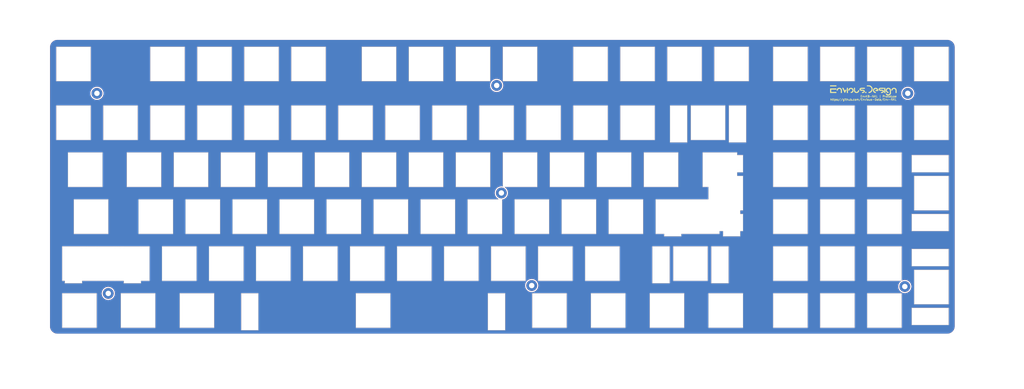
<source format=kicad_pcb>
(kicad_pcb (version 20240108) (generator "pcbnew") (generator_version "8.0")
  (layers (0 "F.Cu" signal) (31 "B.Cu" signal) (34 "B.Paste" user) (35 "F.Paste" user) (36 "B.SilkS" user "B.Silkscreen") (37 "F.SilkS" user "F.Silkscreen") (38 "B.Mask" user) (39 "F.Mask" user) (44 "Edge.Cuts" user))
  (net 0 "")
  (footprint "kibuzzard-62762412" (layer "F.Cu") (at 379.209435 55.2)
    (property "Reference" "kibuzzard-62762412" (hide yes))
    (property "Value" "G***" (hide yes))
  )
  (footprint "MountingHole:MountingHole_2.2mm_M2_Pad" (layer "F.Cu") (at 73.2 137.6)
    (property "Reference" "H2" (hide yes))
    (property "Value" "MountingHole")
    (pad "1" thru_hole circle (at 0 0) (size 4.4 4.4) (drill 2.2) (layers "*.Cu" "*.Mask"))
  )
  (footprint "MountingHole:MountingHole_2.2mm_M2_Pad" (layer "F.Cu") (at 232.5 96.83)
    (property "Reference" "H5" (hide yes))
    (property "Value" "MountingHole")
    (pad "1" thru_hole circle (at 0 0) (size 4.4 4.4) (drill 2.2) (layers "*.Cu" "*.Mask"))
  )
  (footprint "MountingHole:MountingHole_2.2mm_M2_Pad" (layer "F.Cu") (at 396 134.8)
    (property "Reference" "H6" (hide yes))
    (property "Value" "MountingHole")
    (pad "1" thru_hole circle (at 0 0) (size 4.4 4.4) (drill 2.2) (layers "*.Cu" "*.Mask"))
  )
  (footprint "MountingHole:MountingHole_2.2mm_M2_Pad" (layer "F.Cu") (at 230.6 53.2)
    (property "Reference" "H7" (hide yes))
    (property "Value" "MountingHole")
    (pad "1" thru_hole circle (at 0 0) (size 4.4 4.4) (drill 2.2) (layers "*.Cu" "*.Mask"))
  )
  (footprint "MountingHole:MountingHole_2.2mm_M2_Pad" (layer "F.Cu") (at 397.2 56.4)
    (property "Reference" "H1" (hide yes))
    (property "Value" "MountingHole")
    (pad "1" thru_hole circle (at 0 0) (size 4.4 4.4) (drill 2.2) (layers "*.Cu" "*.Mask"))
  )
  (footprint "MountingHole:MountingHole_2.2mm_M2_Pad" (layer "F.Cu") (at 68.6 56.4)
    (property "Reference" "H4" (hide yes))
    (property "Value" "MountingHole")
    (pad "1" thru_hole circle (at 0 0) (size 4.4 4.4) (drill 2.2) (layers "*.Cu" "*.Mask"))
  )
  (footprint "MountingHole:MountingHole_2.2mm_M2_Pad" (layer "F.Cu") (at 244.8 134.4)
    (property "Reference" "H3" (hide yes))
    (property "Value" "MountingHole")
    (pad "1" thru_hole circle (at 0 0) (size 4.4 4.4) (drill 2.2) (layers "*.Cu" "*.Mask"))
  )
  (gr_line (start 380.7225 94.3625) (end 394.7225 94.3625) (stroke (width 0.1)) (layer "Edge.Cuts"))
  (gr_line (start 180.6975 113.4125) (end 194.6975 113.4125) (stroke (width 0.1)) (layer "Edge.Cuts"))
  (gr_line (start 329.34175 114.4125) (end 329.34175 112.3255) (stroke (width 0.1)) (layer "Edge.Cuts"))
  (gr_line (start 258.99125 151.5125) (end 258.99125 137.5125) (stroke (width 0.1)) (layer "Edge.Cuts"))
  (gr_line (start 228.3225 132.4625) (end 242.3225 132.4625) (stroke (width 0.1)) (layer "Edge.Cuts"))
  (gr_arc (start 52.6 153.9) (mid 50.47868 153.02132) (end 49.6 150.9) (stroke (width 0.01)) (layer "Edge.Cuts"))
  (gr_line (start 166.1225 118.4625) (end 152.1225 118.4625) (stroke (width 0.1)) (layer "Edge.Cuts"))
  (gr_line (start 330.42875 81.4495) (end 328.0475 81.4495) (stroke (width 0.1)) (layer "Edge.Cuts"))
  (gr_line (start 413.7725 112.3255) (end 413.7725 105.3255) (stroke (width 0.1)) (layer "Edge.Cuts"))
  (gr_line (start 394.7225 61.3125) (end 380.7225 61.3125) (stroke (width 0.1)) (layer "Edge.Cuts"))
  (gr_line (start 290.235 94.3625) (end 304.235 94.3625) (stroke (width 0.1)) (layer "Edge.Cuts"))
  (gr_line (start 298.46575 114.4125) (end 305.46575 114.4125) (stroke (width 0.1)) (layer "Edge.Cuts"))
  (gr_line (start 342.6225 99.4125) (end 342.6225 113.4125) (stroke (width 0.1)) (layer "Edge.Cuts"))
  (gr_line (start 175.6475 99.4125) (end 161.6475 99.4125) (stroke (width 0.1)) (layer "Edge.Cuts"))
  (gr_line (start 116.11625 151.5125) (end 116.11625 137.5125) (stroke (width 0.1)) (layer "Edge.Cuts"))
  (gr_line (start 208.985 37.5) (end 194.985 37.5) (stroke (width 0.1)) (layer "Edge.Cuts"))
  (gr_line (start 361.6725 94.3625) (end 375.6725 94.3625) (stroke (width 0.1)) (layer "Edge.Cuts"))
  (gr_line (start 328.0475 88.4495) (end 330.42875 88.4495) (stroke (width 0.1)) (layer "Edge.Cuts"))
  (gr_line (start 399.7725 89.8875) (end 399.7725 103.8875) (stroke (width 0.1)) (layer "Edge.Cuts"))
  (gr_line (start 375.6725 132.4625) (end 375.6725 118.4625) (stroke (width 0.1)) (layer "Edge.Cuts"))
  (gr_line (start 194.985 94.3625) (end 208.985 94.3625) (stroke (width 0.1)) (layer "Edge.Cuts"))
  (gr_line (start 416.2 150.9) (end 416.2 37.72132) (stroke (width 0.01)) (layer "Edge.Cuts"))
  (gr_line (start 375.6725 94.3625) (end 375.6725 80.3625) (stroke (width 0.1)) (layer "Edge.Cuts"))
  (gr_line (start 104.21 61.3125) (end 90.21 61.3125) (stroke (width 0.1)) (layer "Edge.Cuts"))
  (gr_line (start 394.7225 118.4625) (end 380.7225 118.4625) (stroke (width 0.1)) (layer "Edge.Cuts"))
  (gr_line (start 52.11 61.3125) (end 52.11 75.3125) (stroke (width 0.1)) (layer "Edge.Cuts"))
  (gr_line (start 285.185 80.3625) (end 271.185 80.3625) (stroke (width 0.1)) (layer "Edge.Cuts"))
  (gr_line (start 55.57825 118.4625) (end 54.49125 118.4625) (stroke (width 0.1)) (layer "Edge.Cuts"))
  (gr_line (start 114.0225 118.4625) (end 114.0225 132.4625) (stroke (width 0.1)) (layer "Edge.Cuts"))
  (gr_line (start 108.9725 132.4625) (end 108.9725 118.4625) (stroke (width 0.1)) (layer "Edge.Cuts"))
  (gr_line (start 309.285 75.3125) (end 323.285 75.3125) (stroke (width 0.1)) (layer "Edge.Cuts"))
  (gr_line (start 356.6225 118.4625) (end 342.6225 118.4625) (stroke (width 0.1)) (layer "Edge.Cuts"))
  (gr_line (start 113.735 80.3625) (end 99.735 80.3625) (stroke (width 0.1)) (layer "Edge.Cuts"))
  (gr_line (start 356.6225 151.5125) (end 356.6225 137.5125) (stroke (width 0.1)) (layer "Edge.Cuts"))
  (gr_line (start 298.46575 99.4125) (end 294.9975 99.4125) (stroke (width 0.1)) (layer "Edge.Cuts"))
  (gr_line (start 261.66 75.3125) (end 275.66 75.3125) (stroke (width 0.1)) (layer "Edge.Cuts"))
  (gr_line (start 322.34175 114.4125) (end 329.34175 114.4125) (stroke (width 0.1)) (layer "Edge.Cuts"))
  (gr_line (start 380.7225 151.5125) (end 394.7225 151.5125) (stroke (width 0.1)) (layer "Edge.Cuts"))
  (gr_line (start 330.42875 137.5125) (end 316.42875 137.5125) (stroke (width 0.1)) (layer "Edge.Cuts"))
  (gr_line (start 79.45425 133.4625) (end 86.45425 133.4625) (stroke (width 0.1)) (layer "Edge.Cuts"))
  (gr_line (start 331.723 76.3125) (end 331.723 61.3125) (stroke (width 0.1)) (layer "Edge.Cuts"))
  (gr_line (start 399.7725 37.5) (end 399.7725 51.5) (stroke (width 0.1)) (layer "Edge.Cuts"))
  (gr_line (start 94.9725 132.4625) (end 108.9725 132.4625) (stroke (width 0.1)) (layer "Edge.Cuts"))
  (gr_line (start 175.935 94.3625) (end 189.935 94.3625) (stroke (width 0.1)) (layer "Edge.Cuts"))
  (gr_line (start 330.42875 151.5125) (end 330.42875 137.5125) (stroke (width 0.1)) (layer "Edge.Cuts"))
  (gr_line (start 208.985 80.3625) (end 194.985 80.3625) (stroke (width 0.1)) (layer "Edge.Cuts"))
  (gr_line (start 102.11625 151.5125) (end 116.11625 151.5125) (stroke (width 0.1)) (layer "Edge.Cuts"))
  (gr_line (start 68.49125 118.4625) (end 64.01625 118.4625) (stroke (width 0.1)) (layer "Edge.Cuts"))
  (gr_line (start 261.3725 132.4625) (end 261.3725 118.4625) (stroke (width 0.1)) (layer "Edge.Cuts"))
  (gr_line (start 302.14125 118.4625) (end 302.14125 132.4625) (stroke (width 0.1)) (layer "Edge.Cuts"))
  (gr_line (start 89.9225 132.4625) (end 89.9225 118.4625) (stroke (width 0.1)) (layer "Edge.Cuts"))
  (gr_line (start 156.885 80.3625) (end 156.885 94.3625) (stroke (width 0.1)) (layer "Edge.Cuts"))
  (gr_line (start 413.7725 127.9875) (end 399.7725 127.9875) (stroke (width 0.1)) (layer "Edge.Cuts"))
  (gr_line (start 223.2725 132.4625) (end 223.2725 118.4625) (stroke (width 0.1)) (layer "Edge.Cuts"))
  (gr_line (start 185.46 61.3125) (end 185.46 75.3125) (stroke (width 0.1)) (layer "Edge.Cuts"))
  (gr_line (start 375.6725 113.4125) (end 375.6725 99.4125) (stroke (width 0.1)) (layer "Edge.Cuts"))
  (gr_line (start 185.1725 118.4625) (end 171.1725 118.4625) (stroke (width 0.1)) (layer "Edge.Cuts"))
  (gr_line (start 237.8475 113.4125) (end 251.8475 113.4125) (stroke (width 0.1)) (layer "Edge.Cuts"))
  (gr_line (start 232.7975 99.4125) (end 218.7975 99.4125) (stroke (width 0.1)) (layer "Edge.Cuts"))
  (gr_line (start 342.6225 94.3625) (end 356.6225 94.3625) (stroke (width 0.1)) (layer "Edge.Cuts"))
  (gr_line (start 275.66 75.3125) (end 275.66 61.3125) (stroke (width 0.1)) (layer "Edge.Cuts"))
  (gr_line (start 375.6725 75.3125) (end 375.6725 61.3125) (stroke (width 0.1)) (layer "Edge.Cuts"))
  (gr_line (start 294.71 37.5) (end 280.71 37.5) (stroke (width 0.1)) (layer "Edge.Cuts"))
  (gr_line (start 292.61625 137.5125) (end 292.61625 151.5125) (stroke (width 0.1)) (layer "Edge.Cuts"))
  (gr_line (start 330.42875 105.3255) (end 329.34175 105.3255) (stroke (width 0.1)) (layer "Edge.Cuts"))
  (gr_line (start 133.0725 118.4625) (end 133.0725 132.4625) (stroke (width 0.1)) (layer "Edge.Cuts"))
  (gr_line (start 234.05375 137.5125) (end 227.05375 137.5125) (stroke (width 0.1)) (layer "Edge.Cuts"))
  (gr_line (start 394.7225 99.4125) (end 380.7225 99.4125) (stroke (width 0.1)) (layer "Edge.Cuts"))
  (gr_line (start 342.6225 137.5125) (end 342.6225 151.5125) (stroke (width 0.1)) (layer "Edge.Cuts"))
  (gr_line (start 304.235 80.3625) (end 290.235 80.3625) (stroke (width 0.1)) (layer "Edge.Cuts"))
  (gr_line (start 394.7225 51.5) (end 394.7225 37.5) (stroke (width 0.1)) (layer "Edge.Cuts"))
  (gr_line (start 199.7475 99.4125) (end 199.7475 113.4125) (stroke (width 0.1)) (layer "Edge.Cuts"))
  (gr_line (start 180.41 61.3125) (end 166.41 61.3125) (stroke (width 0.1)) (layer "Edge.Cuts"))
  (gr_line (start 394.7225 151.5125) (end 394.7225 137.5125) (stroke (width 0.1)) (layer "Edge.Cuts"))
  (gr_line (start 166.41 75.3125) (end 180.41 75.3125) (stroke (width 0.1)) (layer "Edge.Cuts"))
  (gr_line (start 62.57825 118.4625) (end 55.57825 118.4625) (stroke (width 0.1)) (layer "Edge.Cuts"))
  (gr_line (start 137.5475 99.4125) (end 123.5475 99.4125) (stroke (width 0.1)) (layer "Edge.Cuts"))
  (gr_line (start 280.4225 118.4625) (end 266.4225 118.4625) (stroke (width 0.1)) (layer "Edge.Cuts"))
  (gr_line (start 223.2725 118.4625) (end 209.2725 118.4625) (stroke (width 0.1)) (layer "Edge.Cuts"))
  (gr_line (start 49.62132 37.72132) (end 49.6 150.9) (stroke (width 0.01)) (layer "Edge.Cuts"))
  (gr_line (start 228.3225 118.4625) (end 228.3225 132.4625) (stroke (width 0.1)) (layer "Edge.Cuts"))
  (gr_line (start 361.6725 113.4125) (end 375.6725 113.4125) (stroke (width 0.1)) (layer "Edge.Cuts"))
  (gr_line (start 290.235 80.3625) (end 290.235 94.3625) (stroke (width 0.1)) (layer "Edge.Cuts"))
  (gr_line (start 247.3725 118.4625) (end 247.3725 132.4625) (stroke (width 0.1)) (layer "Edge.Cuts"))
  (gr_line (start 109.26 37.5) (end 109.26 51.5) (stroke (width 0.1)) (layer "Edge.Cuts"))
  (gr_line (start 75.9225 118.4625) (end 68.49125 118.4625) (stroke (width 0.1)) (layer "Edge.Cuts"))
  (gr_line (start 266.4225 132.4625) (end 280.4225 132.4625) (stroke (width 0.1)) (layer "Edge.Cuts"))
  (gr_line (start 394.7225 80.3625) (end 380.7225 80.3625) (stroke (width 0.1)) (layer "Edge.Cuts"))
  (gr_line (start 375.6725 51.5) (end 375.6725 37.5) (stroke (width 0.1)) (layer "Edge.Cuts"))
  (gr_line (start 166.41 61.3125) (end 166.41 75.3125) (stroke (width 0.1)) (layer "Edge.Cuts"))
  (gr_line (start 123.5475 99.4125) (end 123.5475 113.4125) (stroke (width 0.1)) (layer "Edge.Cuts"))
  (gr_line (start 173.55375 137.5125) (end 173.55375 151.5125) (stroke (width 0.1)) (layer "Edge.Cuts"))
  (gr_line (start 247.3725 132.4625) (end 261.3725 132.4625) (stroke (width 0.1)) (layer "Edge.Cuts"))
  (gr_line (start 323.285 61.3125) (end 309.285 61.3125) (stroke (width 0.1)) (layer "Edge.Cuts"))
  (gr_line (start 86.45425 118.4625) (end 79.45425 118.4625) (stroke (width 0.1)) (layer "Edge.Cuts"))
  (gr_line (start 331.723 61.3125) (end 324.723 61.3125) (stroke (width 0.1)) (layer "Edge.Cuts"))
  (gr_line (start 142.31 75.3125) (end 142.31 61.3125) (stroke (width 0.1)) (layer "Edge.Cuts"))
  (gr_line (start 314.0475 80.3625) (end 314.0475 94.3625) (stroke (width 0.1)) (layer "Edge.Cuts"))
  (gr_line (start 394.7225 132.4625) (end 394.7225 118.4625) (stroke (width 0.1)) (layer "Edge.Cuts"))
  (gr_line (start 361.6725 118.4625) (end 361.6725 132.4625) (stroke (width 0.1)) (layer "Edge.Cuts"))
  (gr_line (start 413.7725 143.4255) (end 398.7725 143.4255) (stroke (width 0.1)) (layer "Edge.Cuts"))
  (gr_line (start 123.26 37.5) (end 109.26 37.5) (stroke (width 0.1)) (layer "Edge.Cuts"))
  (gr_line (start 275.9475 113.4125) (end 289.9475 113.4125) (stroke (width 0.1)) (layer "Edge.Cuts"))
  (gr_line (start 324.723 61.3125) (end 324.723 76.3125) (stroke (width 0.1)) (layer "Edge.Cuts"))
  (gr_line (start 306.61625 137.5125) (end 292.61625 137.5125) (stroke (width 0.1)) (layer "Edge.Cuts"))
  (gr_line (start 156.5975 99.4125) (end 142.5975 99.4125) (stroke (width 0.1)) (layer "Edge.Cuts"))
  (gr_line (start 62.57825 133.4625) (end 62.57825 132.4625) (stroke (width 0.1)) (layer "Edge.Cuts"))
  (gr_line (start 398.7725 81.4495) (end 398.7725 88.4495) (stroke (width 0.1)) (layer "Edge.Cuts"))
  (gr_line (start 170.885 80.3625) (end 156.885 80.3625) (stroke (width 0.1)) (layer "Edge.Cuts"))
  (gr_line (start 361.6725 51.5) (end 375.6725 51.5) (stroke (width 0.1)) (layer "Edge.Cuts"))
  (gr_line (start 328.0475 80.3625) (end 314.0475 80.3625) (stroke (width 0.1)) (layer "Edge.Cuts"))
  (gr_line (start 52.6 153.9) (end 413.2 153.9) (stroke (width 0.01)) (layer "Edge.Cuts"))
  (gr_line (start 251.8475 113.4125) (end 251.8475 99.4125) (stroke (width 0.1)) (layer "Edge.Cuts"))
  (gr_line (start 306.61625 151.5125) (end 306.61625 137.5125) (stroke (width 0.1)) (layer "Edge.Cuts"))
  (gr_line (start 275.9475 99.4125) (end 275.9475 113.4125) (stroke (width 0.1)) (layer "Edge.Cuts"))
  (gr_line (start 294.9975 113.4125) (end 298.46575 113.4125) (stroke (width 0.1)) (layer "Edge.Cuts"))
  (gr_line (start 380.7225 118.4625) (end 380.7225 132.4625) (stroke (width 0.1)) (layer "Edge.Cuts"))
  (gr_line (start 128.31 75.3125) (end 142.31 75.3125) (stroke (width 0.1)) (layer "Edge.Cuts"))
  (gr_line (start 189.935 80.3625) (end 175.935 80.3625) (stroke (width 0.1)) (layer "Edge.Cuts"))
  (gr_line (start 70.8725 80.3625) (end 56.8725 80.3625) (stroke (width 0.1)) (layer "Edge.Cuts"))
  (gr_line (start 161.6475 113.4125) (end 175.6475 113.4125) (stroke (width 0.1)) (layer "Edge.Cuts"))
  (gr_line (start 190.2225 118.4625) (end 190.2225 132.4625) (stroke (width 0.1)) (layer "Edge.Cuts"))
  (gr_line (start 308.9975 113.4125) (end 320.90375 113.4125) (stroke (width 0.1)) (layer "Edge.Cuts"))
  (gr_line (start 54.49125 118.4625) (end 54.49125 132.4625) (stroke (width 0.1)) (layer "Edge.Cuts"))
  (gr_line (start 147.36 51.5) (end 161.36 51.5) (stroke (width 0.1)) (layer "Edge.Cuts"))
  (gr_line (start 244.99125 151.5125) (end 258.99125 151.5125) (stroke (width 0.1)) (layer "Edge.Cuts"))
  (gr_line (start 199.7475 113.4125) (end 213.7475 113.4125) (stroke (width 0.1)) (layer "Edge.Cuts"))
  (gr_line (start 356.6225 99.4125) (end 342.6225 99.4125) (stroke (width 0.1)) (layer "Edge.Cuts"))
  (gr_line (start 332.81 37.5) (end 318.81 37.5) (stroke (width 0.1)) (layer "Edge.Cuts"))
  (gr_line (start 413.7725 150.4255) (end 413.7725 143.4255) (stroke (width 0.1)) (layer "Edge.Cuts"))
  (gr_line (start 194.985 51.5) (end 208.985 51.5) (stroke (width 0.1)) (layer "Edge.Cuts"))
  (gr_line (start 233.085 51.5) (end 247.085 51.5) (stroke (width 0.1)) (layer "Edge.Cuts"))
  (gr_line (start 161.36 51.5) (end 161.36 37.5) (stroke (width 0.1)) (layer "Edge.Cuts"))
  (gr_line (start 261.3725 118.4625) (end 247.3725 118.4625) (stroke (width 0.1)) (layer "Edge.Cuts"))
  (gr_line (start 332.81 51.5) (end 332.81 37.5) (stroke (width 0.1)) (layer "Edge.Cuts"))
  (gr_line (start 305.46575 99.4125) (end 298.46575 99.4125) (stroke (width 0.1)) (layer "Edge.Cuts"))
  (gr_line (start 307.847 61.3125) (end 300.847 61.3125) (stroke (width 0.1)) (layer "Edge.Cuts"))
  (gr_line (start 73.25375 99.4125) (end 59.25375 99.4125) (stroke (width 0.1)) (layer "Edge.Cuts"))
  (gr_line (start 247.085 94.3625) (end 247.085 80.3625) (stroke (width 0.1)) (layer "Edge.Cuts"))
  (gr_line (start 151.835 80.3625) (end 137.835 80.3625) (stroke (width 0.1)) (layer "Edge.Cuts"))
  (gr_line (start 128.0225 118.4625) (end 114.0225 118.4625) (stroke (width 0.1)) (layer "Edge.Cuts"))
  (gr_line (start 68.49125 151.5125) (end 68.49125 137.5125) (stroke (width 0.1)) (layer "Edge.Cuts"))
  (gr_line (start 104.21 75.3125) (end 104.21 61.3125) (stroke (width 0.1)) (layer "Edge.Cuts"))
  (gr_line (start 147.36 75.3125) (end 161.36 75.3125) (stroke (width 0.1)) (layer "Edge.Cuts"))
  (gr_line (start 189.935 37.5) (end 175.935 37.5) (stroke (width 0.1)) (layer "Edge.Cuts"))
  (gr_line (start 244.99125 137.5125) (end 244.99125 151.5125) (stroke (width 0.1)) (layer "Edge.Cuts"))
  (gr_line (start 342.6225 113.4125) (end 356.6225 113.4125) (stroke (width 0.1)) (layer "Edge.Cuts"))
  (gr_line (start 56.8725 80.3625) (end 56.8725 94.3625) (stroke (width 0.1)) (layer "Edge.Cuts"))
  (gr_line (start 300.847 61.3125) (end 300.847 76.3125) (stroke (width 0.1)) (layer "Edge.Cuts"))
  (gr_line (start 123.26 51.5) (end 123.26 37.5) (stroke (width 0.1)) (layer "Edge.Cuts"))
  (gr_line (start 256.61 61.3125) (end 242.61 61.3125) (stroke (width 0.1)) (layer "Edge.Cuts"))
  (gr_line (start 209.2725 118.4625) (end 209.2725 132.4625) (stroke (width 0.1)) (layer "Edge.Cuts"))
  (gr_line (start 289.9475 99.4125) (end 275.9475 99.4125) (stroke (width 0.1)) (layer "Edge.Cuts"))
  (gr_line (start 194.6975 113.4125) (end 194.6975 99.4125) (stroke (width 0.1)) (layer "Edge.Cuts"))
  (gr_line (start 252.135 80.3625) (end 252.135 94.3625) (stroke (width 0.1)) (layer "Edge.Cuts"))
  (gr_line (start 204.51 61.3125) (end 204.51 75.3125) (stroke (width 0.1)) (layer "Edge.Cuts"))
  (gr_line (start 78.30375 151.5125) (end 92.30375 151.5125) (stroke (width 0.1)) (layer "Edge.Cuts"))
  (gr_line (start 398.7725 88.4495) (end 413.7725 88.4495) (stroke (width 0.1)) (layer "Edge.Cuts"))
  (gr_line (start 398.7725 119.5495) (end 398.7725 126.5495) (stroke (width 0.1)) (layer "Edge.Cuts"))
  (gr_line (start 128.31 37.5) (end 128.31 51.5) (stroke (width 0.1)) (layer "Edge.Cuts"))
  (gr_line (start 185.1725 132.4625) (end 185.1725 118.4625) (stroke (width 0.1)) (layer "Edge.Cuts"))
  (gr_line (start 356.6225 61.3125) (end 342.6225 61.3125) (stroke (width 0.1)) (layer "Edge.Cuts"))
  (gr_line (start 213.7475 99.4125) (end 199.7475 99.4125) (stroke (width 0.1)) (layer "Edge.Cuts"))
  (gr_line (start 375.6725 151.5125) (end 375.6725 137.5125) (stroke (width 0.1)) (layer "Edge.Cuts"))
  (gr_line (start 302.14125 132.4625) (end 316.14125 132.4625) (stroke (width 0.1)) (layer "Edge.Cuts"))
  (gr_line (start 280.71 51.5) (end 294.71 51.5) (stroke (width 0.1)) (layer "Edge.Cuts"))
  (gr_line (start 317.57925 133.4625) (end 324.57925 133.4625) (stroke (width 0.1)) (layer "Edge.Cuts"))
  (gr_line (start 380.7225 51.5) (end 394.7225 51.5) (stroke (width 0.1)) (layer "Edge.Cuts"))
  (gr_line (start 394.7225 94.3625) (end 394.7225 80.3625) (stroke (width 0.1)) (layer "Edge.Cuts"))
  (gr_line (start 59.25375 113.4125) (end 73.25375 113.4125) (stroke (width 0.1)) (layer "Edge.Cuts"))
  (gr_line (start 328.0475 89.8875) (end 328.0475 88.4495) (stroke (width 0.1)) (layer "Edge.Cuts"))
  (gr_line (start 398.7725 150.4255) (end 413.7725 150.4255) (stroke (width 0.1)) (layer "Edge.Cuts"))
  (gr_line (start 380.7225 75.3125) (end 394.7225 75.3125) (stroke (width 0.1)) (layer "Edge.Cuts"))
  (gr_line (start 79.45425 132.4625) (end 79.45425 133.4625) (stroke (width 0.1)) (layer "Edge.Cuts"))
  (gr_line (start 329.34175 105.3255) (end 329.34175 103.8875) (stroke (width 0.1)) (layer "Edge.Cuts"))
  (gr_line (start 342.6225 51.5) (end 356.6225 51.5) (stroke (width 0.1)) (layer "Edge.Cuts"))
  (gr_line (start 55.57825 132.4625) (end 55.57825 133.4625) (stroke (width 0.1)) (layer "Edge.Cuts"))
  (gr_line (start 71.16 75.3125) (end 85.16 75.3125) (stroke (width 0.1)) (layer "Edge.Cuts"))
  (gr_line (start 318.81 37.5) (end 318.81 51.5) (stroke (width 0.1)) (layer "Edge.Cuts"))
  (gr_line (start 171.1725 118.4625) (end 171.1725 132.4625) (stroke (width 0.1)) (layer "Edge.Cuts"))
  (gr_line (start 356.6225 75.3125) (end 356.6225 61.3125) (stroke (width 0.1)) (layer "Edge.Cuts"))
  (gr_line (start 242.3225 132.4625) (end 242.3225 118.4625) (stroke (width 0.1)) (layer "Edge.Cuts"))
  (gr_line (start 266.135 80.3625) (end 252.135 80.3625) (stroke (width 0.1)) (layer "Edge.Cuts"))
  (gr_line (start 70.8725 94.3625) (end 70.8725 80.3625) (stroke (width 0.1)) (layer "Edge.Cuts"))
  (gr_line (start 237.56 61.3125) (end 223.56 61.3125) (stroke (width 0.1)) (layer "Edge.Cuts"))
  (gr_line (start 398.7725 143.4255) (end 398.7725 150.4255) (stroke (width 0.1)) (layer "Edge.Cuts"))
  (gr_line (start 329.34175 103.8875) (end 330.42875 103.8875) (stroke (width 0.1)) (layer "Edge.Cuts"))
  (gr_line (start 59.25375 99.4125) (end 59.25375 113.4125) (stroke (width 0.1)) (layer "Edge.Cuts"))
  (gr_line (start 356.6225 37.5) (end 342.6225 37.5) (stroke (width 0.1)) (layer "Edge.Cuts"))
  (gr_line (start 261.66 37.5) (end 261.66 51.5) (stroke (width 0.1)) (layer "Edge.Cuts"))
  (gr_line (start 127.05375 152.5125) (end 134.05375 152.5125) (stroke (width 0.1)) (layer "Edge.Cuts"))
  (gr_line (start 94.685 94.3625) (end 94.685 80.3625) (stroke (width 0.1)) (layer "Edge.Cuts"))
  (gr_line (start 413.7725 37.5) (end 399.7725 37.5) (stroke (width 0.1)) (layer "Edge.Cuts"))
  (gr_line (start 237.56 75.3125) (end 237.56 61.3125) (stroke (width 0.1)) (layer "Edge.Cuts"))
  (gr_line (start 293.70325 118.4625) (end 293.70325 133.4625) (stroke (width 0.1)) (layer "Edge.Cuts"))
  (gr_line (start 342.6225 118.4625) (end 342.6225 132.4625) (stroke (width 0.1)) (layer "Edge.Cuts"))
  (gr_line (start 280.71 75.3125) (end 294.71 75.3125) (stroke (width 0.1)) (layer "Edge.Cuts"))
  (gr_line (start 375.6725 61.3125) (end 361.6725 61.3125) (stroke (width 0.1)) (layer "Edge.Cuts"))
  (gr_line (start 356.6225 132.4625) (end 356.6225 118.4625) (stroke (width 0.1)) (layer "Edge.Cuts"))
  (gr_line (start 233.085 37.5) (end 233.085 51.5) (stroke (width 0.1)) (layer "Edge.Cuts"))
  (gr_line (start 66.11 75.3125) (end 66.11 61.3125) (stroke (width 0.1)) (layer "Edge.Cuts"))
  (gr_line (start 330.42875 112.3255) (end 330.42875 105.3255) (stroke (width 0.1)) (layer "Edge.Cuts"))
  (gr_line (start 289.9475 113.4125) (end 289.9475 99.4125) (stroke (width 0.1)) (layer "Edge.Cuts"))
  (gr_line (start 268.80375 137.5125) (end 268.80375 151.5125) (stroke (width 0.1)) (layer "Edge.Cuts"))
  (gr_line (start 275.66 51.5) (end 275.66 37.5) (stroke (width 0.1)) (layer "Edge.Cuts"))
  (gr_line (start 152.1225 132.4625) (end 166.1225 132.4625) (stroke (width 0.1)) (layer "Edge.Cuts"))
  (gr_line (start 190.2225 132.4625) (end 204.2225 132.4625) (stroke (width 0.1)) (layer "Edge.Cuts"))
  (gr_line (start 361.6725 75.3125) (end 375.6725 75.3125) (stroke (width 0.1)) (layer "Edge.Cuts"))
  (gr_line (start 194.6975 99.4125) (end 180.6975 99.4125) (stroke (width 0.1)) (layer "Edge.Cuts"))
  (gr_line (start 56.8725 94.3625) (end 70.8725 94.3625) (stroke (width 0.1)) (layer "Edge.Cuts"))
  (gr_line (start 137.835 80.3625) (end 137.835 94.3625) (stroke (width 0.1)) (layer "Edge.Cuts"))
  (gr_line (start 361.6725 151.5125) (end 375.6725 151.5125) (stroke (width 0.1)) (layer "Edge.Cuts"))
  (gr_line (start 175.935 80.3625) (end 175.935 94.3625) (stroke (width 0.1)) (layer "Edge.Cuts"))
  (gr_line (start 266.4225 118.4625) (end 266.4225 132.4625) (stroke (width 0.1)) (layer "Edge.Cuts"))
  (gr_line (start 208.985 51.5) (end 208.985 37.5) (stroke (width 0.1)) (layer "Edge.Cuts"))
  (gr_line (start 147.36 61.3125) (end 147.36 75.3125) (stroke (width 0.1)) (layer "Edge.Cuts"))
  (gr_line (start 71.16 61.3125) (end 71.16 75.3125) (stroke (width 0.1)) (layer "Edge.Cuts"))
  (gr_line (start 268.80375 151.5125) (end 282.80375 151.5125) (stroke (width 0.1)) (layer "Edge.Cuts"))
  (gr_line (start 118.4975 113.4125) (end 118.4975 99.4125) (stroke (width 0.1)) (layer "Edge.Cuts"))
  (gr_line (start 128.31 51.5) (end 142.31 51.5) (stroke (width 0.1)) (layer "Edge.Cuts"))
  (gr_line (start 316.42875 99.4125) (end 308.9975 99.4125) (stroke (width 0.1)) (layer "Edge.Cuts"))
  (gr_line (start 280.4225 132.4625) (end 280.4225 118.4625) (stroke (width 0.1)) (layer "Edge.Cuts"))
  (gr_line (start 375.6725 37.5) (end 361.6725 37.5) (stroke (width 0.1)) (layer "Edge.Cuts"))
  (gr_line (start 380.7225 137.5125) (end 380.7225 151.5125) (stroke (width 0.1)) (layer "Edge.Cuts"))
  (gr_line (start 342.6225 80.3625) (end 342.6225 94.3625) (stroke (width 0.1)) (layer "Edge.Cuts"))
  (gr_line (start 218.7975 99.4125) (end 218.7975 113.4125) (stroke (width 0.1)) (layer "Edge.Cuts"))
  (gr_line (start 73.25375 113.4125) (end 73.25375 99.4125) (stroke (width 0.1)) (layer "Edge.Cuts"))
  (gr_line (start 52.11 75.3125) (end 66.11 75.3125) (stroke (width 0.1)) (layer "Edge.Cuts"))
  (gr_line (start 294.9975 99.4125) (end 294.9975 113.4125) (stroke (width 0.1)) (layer "Edge.Cuts"))
  (gr_line (start 175.935 37.5) (end 175.935 51.5) (stroke (width 0.1)) (layer "Edge.Cuts"))
  (gr_line (start 242.61 75.3125) (end 256.61 75.3125) (stroke (width 0.1)) (layer "Edge.Cuts"))
  (gr_line (start 161.36 37.5) (end 147.36 37.5) (stroke (width 0.1)) (layer "Edge.Cuts"))
  (gr_line (start 394.7225 113.4125) (end 394.7225 99.4125) (stroke (width 0.1)) (layer "Edge.Cuts"))
  (gr_line (start 113.735 94.3625) (end 113.735 80.3625) (stroke (width 0.1)) (layer "Edge.Cuts"))
  (gr_line (start 399.7725 141.9875) (end 413.7725 141.9875) (stroke (width 0.1)) (layer "Edge.Cuts"))
  (gr_line (start 123.26 75.3125) (end 123.26 61.3125) (stroke (width 0.1)) (layer "Edge.Cuts"))
  (gr_line (start 223.56 61.3125) (end 223.56 75.3125) (stroke (width 0.1)) (layer "Edge.Cuts"))
  (gr_line (start 247.085 80.3625) (end 233.085 80.3625) (stroke (width 0.1)) (layer "Edge.Cuts"))
  (gr_line (start 102.11625 137.5125) (end 102.11625 151.5125) (stroke (width 0.1)) (layer "Edge.Cuts"))
  (gr_line (start 199.46 75.3125) (end 199.46 61.3125) (stroke (width 0.1)) (layer "Edge.Cuts"))
  (gr_line (start 85.16 61.3125) (end 71.16 61.3125) (stroke (width 0.1)) (layer "Edge.Cuts"))
  (gr_line (start 213.7475 113.4125) (end 213.7475 99.4125) (stroke (width 0.1)) (layer "Edge.Cuts"))
  (gr_line (start 307.847 76.3125) (end 307.847 61.3125) (stroke (width 0.1)) (layer "Edge.Cuts"))
  (gr_line (start 251.8475 99.4125) (end 237.8475 99.4125) (stroke (width 0.1)) (layer "Edge.Cuts"))
  (gr_line (start 282.80375 151.5125) (end 282.80375 137.5125) (stroke (width 0.1)) (layer "Edge.Cuts"))
  (gr_line (start 134.05375 152.5125) (end 134.05375 137.5125) (stroke (width 0.1)) (layer "Edge.Cuts"))
  (gr_line (start 280.71 37.5) (end 280.71 51.5) (stroke (width 0.1)) (layer "Edge.Cuts"))
  (gr_line (start 271.185 94.3625) (end 285.185 94.3625) (stroke (width 0.1)) (layer "Edge.Cuts"))
  (gr_line (start 123.5475 113.4125) (end 137.5475 113.4125) (stroke (width 0.1)) (layer "Edge.Cuts"))
  (gr_line (start 342.6225 61.3125) (end 342.6225 75.3125) (stroke (width 0.1)) (layer "Edge.Cuts"))
  (gr_line (start 55.57825 133.4625) (end 62.57825 133.4625) (stroke (width 0.1)) (layer "Edge.Cuts"))
  (gr_line (start 256.8975 113.4125) (end 270.8975 113.4125) (stroke (width 0.1)) (layer "Edge.Cuts"))
  (gr_line (start 214.035 51.5) (end 228.035 51.5) (stroke (width 0.1)) (layer "Edge.Cuts"))
  (gr_line (start 399.7725 51.5) (end 413.7725 51.5) (stroke (width 0.1)) (layer "Edge.Cuts"))
  (gr_line (start 185.46 75.3125) (end 199.46 75.3125) (stroke (width 0.1)) (layer "Edge.Cuts"))
  (gr_line (start 329.34175 112.3255) (end 330.42875 112.3255) (stroke (width 0.1)) (layer "Edge.Cuts"))
  (gr_line (start 85.4475 113.4125) (end 99.4475 113.4125) (stroke (width 0.1)) (layer "Edge.Cuts"))
  (gr_line (start 299.76 51.5) (end 313.76 51.5) (stroke (width 0.1)) (layer "Edge.Cuts"))
  (gr_line (start 99.735 80.3625) (end 99.735 94.3625) (stroke (width 0.1)) (layer "Edge.Cuts"))
  (gr_arc (start 49.62132 37.72132) (mid 50.499994 35.599994) (end 52.62132 34.72132) (stroke (width 0.01)) (layer "Edge.Cuts"))
  (gr_line (start 66.11 61.3125) (end 52.11 61.3125) (stroke (width 0.1)) (layer "Edge.Cuts"))
  (gr_line (start 52.11 37.5) (end 52.11 51.5) (stroke (width 0.1)) (layer "Edge.Cuts"))
  (gr_line (start 94.685 80.3625) (end 80.685 80.3625) (stroke (width 0.1)) (layer "Edge.Cuts"))
  (gr_line (start 299.76 37.5) (end 299.76 51.5) (stroke (width 0.1)) (layer "Edge.Cuts"))
  (gr_line (start 309.285 61.3125) (end 309.285 75.3125) (stroke (width 0.1)) (layer "Edge.Cuts"))
  (gr_line (start 356.6225 51.5) (end 356.6225 37.5) (stroke (width 0.1)) (layer "Edge.Cuts"))
  (gr_line (start 266.135 94.3625) (end 266.135 80.3625) (stroke (width 0.1)) (layer "Edge.Cuts"))
  (gr_line (start 305.46575 113.4125) (end 306.90375 113.4125) (stroke (width 0.1)) (layer "Edge.Cuts"))
  (gr_line (start 316.14125 118.4625) (end 302.14125 118.4625) (stroke (width 0.1)) (layer "Edge.Cuts"))
  (gr_line (start 413.7725 126.5495) (end 413.7725 119.5495) (stroke (width 0.1)) (layer "Edge.Cuts"))
  (gr_line (start 228.035 51.5) (end 228.035 37.5) (stroke (width 0.1)) (layer "Edge.Cuts"))
  (gr_line (start 237.8475 99.4125) (end 237.8475 113.4125) (stroke (width 0.1)) (layer "Edge.Cuts"))
  (gr_line (start 242.3225 118.4625) (end 228.3225 118.4625) (stroke (width 0.1)) (layer "Edge.Cuts"))
  (gr_line (start 275.66 37.5) (end 261.66 37.5) (stroke (width 0.1)) (layer "Edge.Cuts"))
  (gr_line (start 317.57925 118.4625) (end 317.57925 133.4625) (stroke (width 0.1)) (layer "Edge.Cuts"))
  (gr_line (start 156.5975 113.4125) (end 156.5975 99.4125) (stroke (width 0.1)) (layer "Edge.Cuts"))
  (gr_line (start 54.49125 137.5125) (end 54.49125 151.5125) (stroke (width 0.1)) (layer "Edge.Cuts"))
  (gr_line (start 361.6725 137.5125) (end 361.6725 151.5125) (stroke (width 0.1)) (layer "Edge.Cuts"))
  (gr_line (start 147.0725 132.4625) (end 147.0725 118.4625) (stroke (width 0.1)) (layer "Edge.Cuts"))
  (gr_line (start 316.42875 137.5125) (end 316.42875 151.5125) (stroke (width 0.1)) (layer "Edge.Cuts"))
  (gr_line (start 85.16 75.3125) (end 85.16 61.3125) (stroke (width 0.1)) (layer "Edge.Cuts"))
  (gr_line (start 314.0475 94.3625) (end 316.42875 94.3625) (stroke (width 0.1)) (layer "Edge.Cuts"))
  (gr_line (start 413.7725 51.5) (end 413.7725 37.5) (stroke (width 0.1)) (layer "Edge.Cuts"))
  (gr_line (start 104.21 51.5) (end 104.21 37.5) (stroke (width 0.1)) (layer "Edge.Cuts"))
  (gr_line (start 80.685 80.3625) (end 80.685 94.3625) (stroke (width 0.1)) (layer "Edge.Cuts"))
  (gr_line (start 171.1725 132.4625) (end 185.1725 132.4625) (stroke (width 0.1)) (layer "Edge.Cuts"))
  (gr_line (start 316.14125 132.4625) (end 316.14125 118.4625) (stroke (width 0.1)) (layer "Edge.Cuts"))
  (gr_line (start 180.41 75.3125) (end 180.41 61.3125) (stroke (width 0.1)) (layer "Edge.Cuts"))
  (gr_line (start 300.847 76.3125) (end 307.847 76.3125) (stroke (width 0.1)) (layer "Edge.Cuts"))
  (gr_line (start 324.57925 118.4625) (end 317.57925 118.4625) (stroke (width 0.1)) (layer "Edge.Cuts"))
  (gr_line (start 242.61 61.3125) (end 242.61 75.3125) (stroke (width 0.1)) (layer "Edge.Cuts"))
  (gr_line (start 375.6725 118.4625) (end 361.6725 118.4625) (stroke (width 0.1)) (layer "Edge.Cuts"))
  (gr_line (start 313.76 37.5) (end 299.76 37.5) (stroke (width 0.1)) (layer "Edge.Cuts"))
  (gr_line (start 90.21 75.3125) (end 104.21 75.3125) (stroke (width 0.1)) (layer "Edge.Cuts"))
  (gr_line (start 398.7725 105.3255) (end 398.7725 112.3255) (stroke (width 0.1)) (layer "Edge.Cuts"))
  (gr_line (start 104.4975 99.4125) (end 104.4975 113.4125) (stroke (width 0.1)) (layer "Edge.Cuts"))
  (gr_line (start 342.6225 132.4625) (end 356.6225 132.4625) (stroke (width 0.1)) (layer "Edge.Cuts"))
  (gr_line (start 214.035 80.3625) (end 214.035 94.3625) (stroke (width 0.1)) (layer "Edge.Cuts"))
  (gr_line (start 64.01625 118.4625) (end 62.57825 118.4625) (stroke (width 0.1)) (layer "Edge.Cuts"))
  (gr_line (start 298.46575 113.4125) (end 298.46575 114.4125) (stroke (width 0.1)) (layer "Edge.Cuts"))
  (gr_line (start 204.51 75.3125) (end 218.51 75.3125) (stroke (width 0.1)) (layer "Edge.Cuts"))
  (gr_line (start 413.2 34.72132) (end 342.43304 34.723128) (stroke (width 0.01)) (layer "Edge.Cuts"))
  (gr_line (start 413.7725 88.4495) (end 413.7725 81.4495) (stroke (width 0.1)) (layer "Edge.Cuts"))
  (gr_line (start 114.0225 132.4625) (end 128.0225 132.4625) (stroke (width 0.1)) (layer "Edge.Cuts"))
  (gr_line (start 285.185 94.3625) (end 285.185 80.3625) (stroke (width 0.1)) (layer "Edge.Cuts"))
  (gr_line (start 90.21 51.5) (end 104.21 51.5) (stroke (width 0.1)) (layer "Edge.Cuts"))
  (gr_line (start 68.49125 137.5125) (end 54.49125 137.5125) (stroke (width 0.1)) (layer "Edge.Cuts"))
  (gr_line (start 398.7725 112.3255) (end 413.7725 112.3255) (stroke (width 0.1)) (layer "Edge.Cuts"))
  (gr_line (start 306.90375 99.4125) (end 305.46575 99.4125) (stroke (width 0.1)) (layer "Edge.Cuts"))
  (gr_line (start 375.6725 80.3625) (end 361.6725 80.3625) (stroke (width 0.1)) (layer "Edge.Cuts"))
  (gr_line (start 90.21 37.5) (end 90.21 51.5) (stroke (width 0.1)) (layer "Edge.Cuts"))
  (gr_line (start 132.785 80.3625) (end 118.785 80.3625) (stroke (width 0.1)) (layer "Edge.Cuts"))
  (gr_line (start 413.7725 103.8875) (end 413.7725 89.8875) (stroke (width 0.1)) (layer "Edge.Cuts"))
  (gr_line (start 228.035 94.3625) (end 228.035 80.3625) (stroke (width 0.1)) (layer "Edge.Cuts"))
  (gr_line (start 394.7225 137.5125) (end 380.7225 137.5125) (stroke (width 0.1)) (layer "Edge.Cuts"))
  (gr_line (start 280.71 61.3125) (end 280.71 75.3125) (stroke (width 0.1)) (layer "Edge.Cuts"))
  (gr_line (start 92.30375 137.5125) (end 78.30375 137.5125) (stroke (width 0.1)) (layer "Edge.Cuts"))
  (gr_line (start 62.57825 132.4625) (end 64.01625 132.4625) (stroke (width 0.1)) (layer "Edge.Cuts"))
  (gr_line (start 232.7975 113.4125) (end 232.7975 99.4125) (stroke (width 0.1)) (layer "Edge.Cuts"))
  (gr_line (start 323.285 75.3125) (end 323.285 61.3125) (stroke (width 0.1)) (layer "Edge.Cuts"))
  (gr_line (start 187.55375 137.5125) (end 173.55375 137.5125) (stroke (width 0.1)) (layer "Edge.Cuts"))
  (gr_line (start 258.99125 137.5125) (end 244.99125 137.5125) (stroke (width 0.1)) (layer "Edge.Cuts"))
  (gr_line (start 228.035 80.3625) (end 214.035 80.3625) (stroke (width 0.1)) (layer "Edge.Cuts"))
  (gr_line (start 356.6225 137.5125) (end 342.6225 137.5125) (stroke (width 0.1)) (layer "Edge.Cuts"))
  (gr_line (start 104.21 37.5) (end 90.21 37.5) (stroke (width 0.1)) (layer "Edge.Cuts"))
  (gr_line (start 306.90375 113.4125) (end 308.9975 113.4125) (stroke (width 0.1)) (layer "Edge.Cuts"))
  (gr_line (start 342.6225 37.5) (end 342.6225 51.5) (stroke (width 0.1)) (layer "Edge.Cuts"))
  (gr_line (start 330.42875 89.8875) (end 328.0475 89.8875) (stroke (width 0.1)) (layer "Edge.Cuts"))
  (gr_line (start 330.42875 103.8875) (end 330.42875 89.8875) (stroke (width 0.1)) (layer "Edge.Cuts"))
  (gr_line (start 252.135 94.3625) (end 266.135 94.3625) (stroke (width 0.1)) (layer "Edge.Cuts"))
  (gr_line (start 85.4475 99.4125) (end 85.4475 113.4125) (stroke (width 0.1)) (layer "Edge.Cuts"))
  (gr_line (start 137.835 94.3625) (end 151.835 94.3625) (stroke (width 0.1)) (layer "Edge.Cuts"))
  (gr_line (start 322.34175 112.3255) (end 322.34175 114.4125) (stroke (width 0.1)) (layer "Edge.Cuts"))
  (gr_line (start 313.76 51.5) (end 313.76 37.5) (stroke (width 0.1)) (layer "Edge.Cuts"))
  (gr_line (start 380.7225 80.3625) (end 380.7225 94.3625) (stroke (width 0.1)) (layer "Edge.Cuts"))
  (gr_line (start 54.49125 151.5125) (end 68.49125 151.5125) (stroke (width 0.1)) (layer "Edge.Cuts"))
  (gr_line (start 99.4475 99.4125) (end 85.4475 99.4125) (stroke (width 0.1)) (layer "Edge.Cuts"))
  (gr_line (start 214.035 94.3625) (end 228.035 94.3625) (stroke (width 0.1)) (layer "Edge.Cuts"))
  (gr_line (start 356.6225 94.3625) (end 356.6225 80.3625) (stroke (width 0.1)) (layer "Edge.Cuts"))
  (gr_line (start 328.0475 81.4495) (end 328.0475 80.3625) (stroke (width 0.1)) (layer "Edge.Cuts"))
  (gr_line (start 398.7725 126.5495) (end 413.7725 126.5495) (stroke (width 0.1)) (layer "Edge.Cuts"))
  (gr_line (start 227.05375 137.5125) (end 227.05375 152.5125) (stroke (width 0.1)) (layer "Edge.Cuts"))
  (gr_line (start 304.235 94.3625) (end 304.235 80.3625) (stroke (width 0.1)) (layer "Edge.Cuts"))
  (gr_line (start 142.5975 99.4125) (end 142.5975 113.4125) (stroke (width 0.1)) (layer "Edge.Cuts"))
  (gr_line (start 108.9725 118.4625) (end 94.9725 118.4625) (stroke (width 0.1)) (layer "Edge.Cuts"))
  (gr_line (start 233.085 80.3625) (end 233.085 94.3625) (stroke (width 0.1)) (layer "Edge.Cuts"))
  (gr_line (start 151.835 94.3625) (end 151.835 80.3625) (stroke (width 0.1)) (layer "Edge.Cuts"))
  (gr_line (start 218.51 75.3125) (end 218.51 61.3125) (stroke (width 0.1)) (layer "Edge.Cuts"))
  (gr_line (start 356.6225 80.3625) (end 342.6225 80.3625) (stroke (width 0.1)) (layer "Edge.Cuts"))
  (gr_line (start 161.36 61.3125) (end 147.36 61.3125) (stroke (width 0.1)) (layer "Edge.Cuts"))
  (gr_line (start 66.11 51.5) (end 66.11 37.5) (stroke (width 0.1)) (layer "Edge.Cuts"))
  (gr_line (start 223.56 75.3125) (end 237.56 75.3125) (stroke (width 0.1)) (layer "Edge.Cuts"))
  (gr_line (start 128.31 61.3125) (end 128.31 75.3125) (stroke (width 0.1)) (layer "Edge.Cuts"))
  (gr_line (start 361.6725 80.3625) (end 361.6725 94.3625) (stroke (width 0.1)) (layer "Edge.Cuts"))
  (gr_line (start 233.085 94.3625) (end 247.085 94.3625) (stroke (width 0.1)) (layer "Edge.Cuts"))
  (gr_line (start 218.7975 113.4125) (end 232.7975 113.4125) (stroke (width 0.1)) (layer "Edge.Cuts"))
  (gr_line (start 294.71 51.5) (end 294.71 37.5) (stroke (width 0.1)) (layer "Edge.Cuts"))
  (gr_line (start 256.8975 99.4125) (end 256.8975 113.4125) (stroke (width 0.1)) (layer "Edge.Cuts"))
  (gr_line (start 199.46 61.3125) (end 185.46 61.3125) (stroke (width 0.1)) (layer "Edge.Cuts"))
  (gr_line (start 118.785 94.3625) (end 132.785 94.3625) (stroke (width 0.1)) (layer "Edge.Cuts"))
  (gr_line (start 375.6725 137.5125) (end 361.6725 137.5125) (stroke (width 0.1)) (layer "Edge.Cuts"))
  (gr_line (start 208.985 94.3625) (end 208.985 80.3625) (stroke (width 0.1)) (layer "Edge.Cuts"))
  (gr_line (start 361.6725 99.4125) (end 361.6725 113.4125) (stroke (width 0.1)) (layer "Edge.Cuts"))
  (gr_line (start 78.01625 132.4625) (end 79.45425 132.4625) (stroke (width 0.1)) (layer "Edge.Cuts"))
  (gr_line (start 316.42875 94.3625) (end 316.42875 99.4125) (stroke (width 0.1)) (layer "Edge.Cuts"))
  (gr_line (start 80.685 94.3625) (end 94.685 94.3625) (stroke (width 0.1)) (layer "Edge.Cuts"))
  (gr_line (start 204.2225 118.4625) (end 190.2225 118.4625) (stroke (width 0.1)) (layer "Edge.Cuts"))
  (gr_line (start 142.31 61.3125) (end 128.31 61.3125) (stroke (width 0.1)) (layer "Edge.Cuts"))
  (gr_line (start 209.2725 132.4625) (end 223.2725 132.4625) (stroke (width 0.1)) (layer "Edge.Cuts"))
  (gr_line (start 330.42875 88.4495) (end 330.42875 81.4495) (stroke (width 0.1)) (layer "Edge.Cuts"))
  (gr_line (start 413.7725 75.3125) (end 413.7725 61.3125) (stroke (width 0.1)) (layer "Edge.Cuts"))
  (gr_arc (start 416.2 150.9) (mid 415.32132 153.02132) (end 413.2 153.9) (stroke (width 0.01)) (layer "Edge.Cuts"))
  (gr_line (start 109.26 75.3125) (end 123.26 75.3125) (stroke (width 0.1)) (layer "Edge.Cuts"))
  (gr_line (start 86.45425 133.4625) (end 86.45425 132.4625) (stroke (width 0.1)) (layer "Edge.Cuts"))
  (gr_line (start 380.7225 61.3125) (end 380.7225 75.3125) (stroke (width 0.1)) (layer "Edge.Cuts"))
  (gr_line (start 116.11625 137.5125) (end 102.11625 137.5125) (stroke (width 0.1)) (layer "Edge.Cuts"))
  (gr_line (start 399.7725 103.8875) (end 413.7725 103.8875) (stroke (width 0.1)) (layer "Edge.Cuts"))
  (gr_line (start 166.1225 132.4625) (end 166.1225 118.4625) (stroke (width 0.1)) (layer "Edge.Cuts"))
  (gr_line (start 189.935 51.5) (end 189.935 37.5) (stroke (width 0.1)) (layer "Edge.Cuts"))
  (gr_line (start 305.46575 114.4125) (end 305.46575 113.4125) (stroke (width 0.1)) (layer "Edge.Cuts"))
  (gr_line (start 394.7225 37.5) (end 380.7225 37.5) (stroke (width 0.1)) (layer "Edge.Cuts"))
  (gr_line (start 227.05375 152.5125) (end 234.05375 152.5125) (stroke (width 0.1)) (layer "Edge.Cuts"))
  (gr_line (start 92.30375 151.5125) (end 92.30375 137.5125) (stroke (width 0.1)) (layer "Edge.Cuts"))
  (gr_line (start 52.11 51.5) (end 66.11 51.5) (stroke (width 0.1)) (layer "Edge.Cuts"))
  (gr_line (start 234.05375 152.5125) (end 234.05375 137.5125) (stroke (width 0.1)) (layer "Edge.Cuts"))
  (gr_line (start 261.66 51.5) (end 275.66 51.5) (stroke (width 0.1)) (layer "Edge.Cuts"))
  (gr_line (start 214.035 37.5) (end 214.035 51.5) (stroke (width 0.1)) (layer "Edge.Cuts"))
  (gr_line (start 142.5975 113.4125) (end 156.5975 113.4125) (stroke (width 0.1)) (layer "Edge.Cuts"))
  (gr_line (start 394.7225 75.3125) (end 394.7225 61.3125) (stroke (width 0.1)) (layer "Edge.Cuts"))
  (gr_line (start 320.90375 113.4125) (end 320.90375 112.3255) (stroke (width 0.1)) (layer "Edge.Cuts"))
  (gr_arc (start 413.2 34.72132) (mid 415.321316 35.600004) (end 416.2 37.72132) (stroke (width 0.01)) (layer "Edge.Cuts"))
  (gr_line (start 380.7225 99.4125) (end 380.7225 113.4125) (stroke (width 0.1)) (layer "Edge.Cuts"))
  (gr_line (start 318.81 51.5) (end 332.81 51.5) (stroke (width 0.1)) (layer "Edge.Cuts"))
  (gr_line (start 292.61625 151.5125) (end 306.61625 151.5125) (stroke (width 0.1)) (layer "Edge.Cuts"))
  (gr_line (start 293.70325 133.4625) (end 300.70325 133.4625) (stroke (width 0.1)) (layer "Edge.Cuts"))
  (gr_line (start 189.935 94.3625) (end 189.935 80.3625) (stroke (width 0.1)) (layer "Edge.Cuts"))
  (gr_line (start 173.55375 151.5125) (end 187.55375 151.5125) (stroke (width 0.1)) (layer "Edge.Cuts"))
  (gr_line (start 109.26 61.3125) (end 109.26 75.3125) (stroke (width 0.1)) (layer "Edge.Cuts"))
  (gr_line (start 320.90375 112.3255) (end 322.34175 112.3255) (stroke (width 0.1)) (layer "Edge.Cuts"))
  (gr_line (start 180.6975 99.4125) (end 180.6975 113.4125) (stroke (width 0.1)) (layer "Edge.Cuts"))
  (gr_line (start 380.7225 37.5) (end 380.7225 51.5) (stroke (width 0.1)) (layer "Edge.Cuts"))
  (gr_line (start 294.71 75.3125) (end 294.71 61.3125) (stroke (width 0.1)) (layer "Edge.Cuts"))
  (gr_line (start 66.11 37.5) (end 52.11 37.5) (stroke (width 0.1)) (layer "Edge.Cuts"))
  (gr_line (start 104.4975 113.4125) (end 118.4975 113.4125) (stroke (width 0.1)) (layer "Edge.Cuts"))
  (gr_line (start 94.9725 118.4625) (end 94.9725 132.4625) (stroke (width 0.1)) (layer "Edge.Cuts"))
  (gr_line (start 147.0725 118.4625) (end 133.0725 118.4625) (stroke (width 0.1)) (layer "Edge.Cuts"))
  (gr_line (start 204.2225 132.4625) (end 204.2225 118.4625) (stroke (width 0.1)) (layer "Edge.Cuts"))
  (gr_line (start 413.7725 105.3255) (end 398.7725 105.3255) (stroke (width 0.1)) (layer "Edge.Cuts"))
  (gr_line (start 294.71 61.3125) (end 280.71 61.3125) (stroke (width 0.1)) (layer "Edge.Cuts"))
  (gr_line (start 137.5475 113.4125) (end 137.5475 99.4125) (stroke (width 0.1)) (layer "Edge.Cuts"))
  (gr_line (start 142.31 51.5) (end 142.31 37.5) (stroke (width 0.1)) (layer "Edge.Cuts"))
  (gr_line (start 356.6225 113.4125) (end 356.6225 99.4125) (stroke (width 0.1)) (layer "Edge.Cuts"))
  (gr_line (start 147.36 37.5) (end 147.36 51.5) (stroke (width 0.1)) (layer "Edge.Cuts"))
  (gr_line (start 194.985 80.3625) (end 194.985 94.3625) (stroke (width 0.1)) (layer "Edge.Cuts"))
  (gr_line (start 361.6725 61.3125) (end 361.6725 75.3125) (stroke (width 0.1)) (layer "Edge.Cuts"))
  (gr_line (start 54.49125 132.4625) (end 55.57825 132.4625) (stroke (width 0.1)) (layer "Edge.Cuts"))
  (gr_line (start 342.6225 75.3125) (end 356.6225 75.3125) (stroke (width 0.1)) (layer "Edge.Cuts"))
  (gr_line (start 109.26 51.5) (end 123.26 51.5) (stroke (width 0.1)) (layer "Edge.Cuts"))
  (gr_line (start 128.0225 132.4625) (end 128.0225 118.4625) (stroke (width 0.1)) (layer "Edge.Cuts"))
  (gr_line (start 413.7725 81.4495) (end 398.7725 81.4495) (stroke (width 0.1)) (layer "Edge.Cuts"))
  (gr_line (start 300.70325 118.4625) (end 293.70325 118.4625) (stroke (width 0.1)) (layer "Edge.Cuts"))
  (gr_line (start 270.8975 113.4125) (end 270.8975 99.4125) (stroke (width 0.1)) (layer "Edge.Cuts"))
  (gr_line (start 247.085 37.5) (end 233.085 37.5) (stroke (width 0.1)) (layer "Edge.Cuts"))
  (gr_line (start 118.4975 99.4125) (end 104.4975 99.4125) (stroke (width 0.1)) (layer "Edge.Cuts"))
  (gr_line (start 380.7225 132.4625) (end 394.7225 132.4625) (stroke (width 0.1)) (layer "Edge.Cuts"))
  (gr_line (start 152.1225 118.4625) (end 152.1225 132.4625) (stroke (width 0.1)) (layer "Edge.Cuts"))
  (gr_line (start 261.66 61.3125) (end 261.66 75.3125) (stroke (width 0.1)) (layer "Edge.Cuts"))
  (gr_line (start 175.6475 113.4125) (end 175.6475 99.4125) (stroke (width 0.1)) (layer "Edge.Cuts"))
  (gr_line (start 142.31 37.5) (end 128.31 37.5) (stroke (width 0.1)) (layer "Edge.Cuts"))
  (gr_line (start 342.43304 34.723128) (end 52.61828 34.723128) (stroke (width 0.01)) (layer "Edge.Cuts"))
  (gr_line (start 156.885 94.3625) (end 170.885 94.3625) (stroke (width 0.1)) (layer "Edge.Cuts"))
  (gr_line (start 99.735 94.3625) (end 113.735 94.3625) (stroke (width 0.1)) (layer "Edge.Cuts"))
  (gr_line (start 218.51 61.3125) (end 204.51 61.3125) (stroke (width 0.1)) (layer "Edge.Cuts"))
  (gr_line (start 256.61 75.3125) (end 256.61 61.3125) (stroke (width 0.1)) (layer "Edge.Cuts"))
  (gr_line (start 375.6725 99.4125) (end 361.6725 99.4125) (stroke (width 0.1)) (layer "Edge.Cuts"))
  (gr_line (start 308.9975 99.4125) (end 306.90375 99.4125) (stroke (width 0.1)) (layer "Edge.Cuts"))
  (gr_line (start 247.085 51.5) (end 247.085 37.5) (stroke (width 0.1)) (layer "Edge.Cuts"))
  (gr_line (start 89.9225 118.4625) (end 86.45425 118.4625) (stroke (width 0.1)) (layer "Edge.Cuts"))
  (gr_line (start 282.80375 137.5125) (end 268.80375 137.5125) (stroke (width 0.1)) (layer "Edge.Cuts"))
  (gr_line (start 342.6225 151.5125) (end 356.6225 151.5125) (stroke (width 0.1)) (layer "Edge.Cuts"))
  (gr_line (start 399.7725 127.9875) (end 399.7725 141.9875) (stroke (width 0.1)) (layer "Edge.Cuts"))
  (gr_line (start 194.985 37.5) (end 194.985 51.5) (stroke (width 0.1)) (layer "Edge.Cuts"))
  (gr_line (start 413.7725 141.9875) (end 413.7725 127.9875) (stroke (width 0.1)) (layer "Edge.Cuts"))
  (gr_line (start 187.55375 151.5125) (end 187.55375 137.5125) (stroke (width 0.1)) (layer "Edge.Cuts"))
  (gr_line (start 271.185 80.3625) (end 271.185 94.3625) (stroke (width 0.1)) (layer "Edge.Cuts"))
  (gr_line (start 78.30375 137.5125) (end 78.30375 151.5125) (stroke (width 0.1)) (layer "Edge.Cuts"))
  (gr_line (start 64.01625 132.4625) (end 68.49125 132.4625) (stroke (width 0.1)) (layer "Edge.Cuts"))
  (gr_line (start 399.7725 61.3125) (end 399.7725 75.3125) (stroke (width 0.1)) (layer "Edge.Cuts"))
  (gr_line (start 99.4475 113.4125) (end 99.4475 99.4125) (stroke (width 0.1)) (layer "Edge.Cuts"))
  (gr_line (start 133.0725 132.4625) (end 147.0725 132.4625) (stroke (width 0.1)) (layer "Edge.Cuts"))
  (gr_line (start 380.7225 113.4125) (end 394.7225 113.4125) (stroke (width 0.1)) (layer "Edge.Cuts"))
  (gr_line (start 399.7725 75.3125) (end 413.7725 75.3125) (stroke (width 0.1)) (layer "Edge.Cuts"))
  (gr_line (start 68.49125 132.4625) (end 75.9225 132.4625) (stroke (width 0.1)) (layer "Edge.Cuts"))
  (gr_line (start 134.05375 137.5125) (end 127.05375 137.5125) (stroke (width 0.1)) (layer "Edge.Cuts"))
  (gr_line (start 361.6725 37.5) (end 361.6725 51.5) (stroke (width 0.1)) (layer "Edge.Cuts"))
  (gr_line (start 118.785 80.3625) (end 118.785 94.3625) (stroke (width 0.1)) (layer "Edge.Cuts"))
  (gr_line (start 413.7725 89.8875) (end 399.7725 89.8875) (stroke (width 0.1)) (layer "Edge.Cuts"))
  (gr_line (start 228.035 37.5) (end 214.035 37.5) (stroke (width 0.1)) (layer "Edge.Cuts"))
  (gr_line (start 275.66 61.3125) (end 261.66 61.3125) (stroke (width 0.1)) (layer "Edge.Cuts"))
  (gr_line (start 324.723 76.3125) (end 331.723 76.3125) (stroke (width 0.1)) (layer "Edge.Cuts"))
  (gr_line (start 75.9225 132.4625) (end 78.01625 132.4625) (stroke (width 0.1)) (layer "Edge.Cuts"))
  (gr_line (start 413.7725 119.5495) (end 398.7725 119.5495) (stroke (width 0.1)) (layer "Edge.Cuts"))
  (gr_line (start 86.45425 132.4625) (end 89.9225 132.4625) (stroke (width 0.1)) (layer "Edge.Cuts"))
  (gr_line (start 324.57925 133.4625) (end 324.57925 118.4625) (stroke (width 0.1)) (layer "Edge.Cuts"))
  (gr_line (start 170.885 94.3625) (end 170.885 80.3625) (stroke (width 0.1)) (layer "Edge.Cuts"))
  (gr_line (start 316.42875 151.5125) (end 330.42875 151.5125) (stroke (width 0.1)) (layer "Edge.Cuts"))
  (gr_line (start 361.6725 132.4625) (end 375.6725 132.4625) (stroke (width 0.1)) (layer "Edge.Cuts"))
  (gr_line (start 127.05375 137.5125) (end 127.05375 152.5125) (stroke (width 0.1)) (layer "Edge.Cuts"))
  (gr_line (start 175.935 51.5) (end 189.935 51.5) (stroke (width 0.1)) (layer "Edge.Cuts"))
  (gr_line (start 90.21 61.3125) (end 90.21 75.3125) (stroke (width 0.1)) (layer "Edge.Cuts"))
  (gr_line (start 123.26 61.3125) (end 109.26 61.3125) (stroke (width 0.1)) (layer "Edge.Cuts"))
  (gr_line (start 79.45425 118.4625) (end 78.01625 118.4625) (stroke (width 0.1)) (layer "Edge.Cuts"))
  (gr_line (start 161.36 75.3125) (end 161.36 61.3125) (stroke (width 0.1)) (layer "Edge.Cuts"))
  (gr_line (start 413.7725 61.3125) (end 399.7725 61.3125) (stroke (width 0.1)) (layer "Edge.Cuts"))
  (gr_line (start 78.01625 118.4625) (end 75.9225 118.4625) (stroke (width 0.1)) (layer "Edge.Cuts"))
  (gr_line (start 270.8975 99.4125) (end 256.8975 99.4125) (stroke (width 0.1)) (layer "Edge.Cuts"))
  (gr_line (start 132.785 94.3625) (end 132.785 80.3625) (stroke (width 0.1)) (layer "Edge.Cuts"))
  (gr_line (start 161.6475 99.4125) (end 161.6475 113.4125) (stroke (width 0.1)) (layer "Edge.Cuts"))
  (gr_line (start 300.70325 133.4625) (end 300.70325 118.4625) (stroke (width 0.1)) (layer "Edge.Cuts"))
  (gr_text "EnvKB-NKL | Prototype\nhttps://github.com/Envious-Data/Env-NKL" (at 392.75 58.3 0) (layer "F.SilkS") (effects (font (size 0.8 0.8)) (justify right)))
  (zone (net 0) (net_name "") (layers "F&B.Cu") (connect_pads (clearance 0.5)) (min_thickness 0.25) (fill yes (thermal_gap 0.5) (thermal_bridge_width 0.5) (island_removal_mode 1) (island_area_min 10))
    (polygon (pts (xy 29.32 18.53) (xy 444.33 18.53) (xy 444.33 176.49) (xy 29.32 176.49)))
  )
)
</source>
